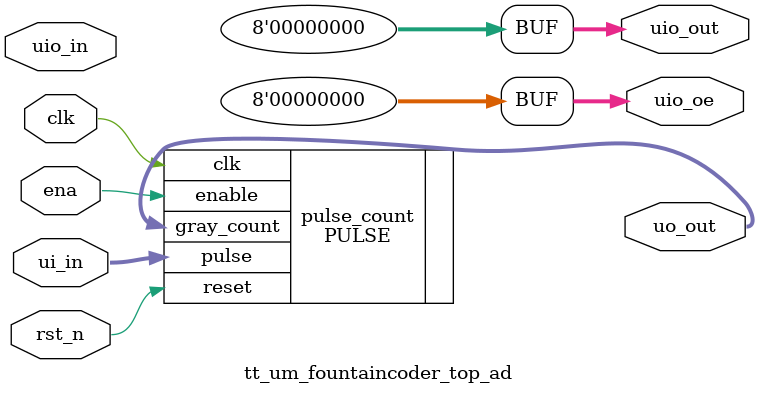
<source format=v>
/*
 * Copyright (c) 2024 Jonny Edwards
 * SPDX-License-Identifier: Apache-2.0
 */

module tt_um_fountaincoder_top_ad (
    input  wire       clk,      // clock
    input  wire       ena,      // will go high when the design is enabled
    input  wire [7:0] ui_in,    // Dedicated inputs
    output wire [7:0] uo_out,   // Dedicated outputs
    input  wire [7:0] uio_in,   // IOs: Input path
    output wire [7:0] uio_out,  // IOs: Output path
    output wire [7:0] uio_oe,   // IOs: Enable path (active high: 0=input, 1=output)
    input  wire       rst_n     // reset_n - low to reset
);

// All output pins must be assigned. If not used, assign to 0.
assign uio_out = 8'b0;
assign uio_out = 8'b0;
assign uio_oe  = 8'b0;

PULSE pulse_count
(
	.clk (clk),
    .enable (ena),
    .reset (rst_n), 
    .pulse (ui_in),
	.gray_count (uo_out)
);
endmodule


</source>
